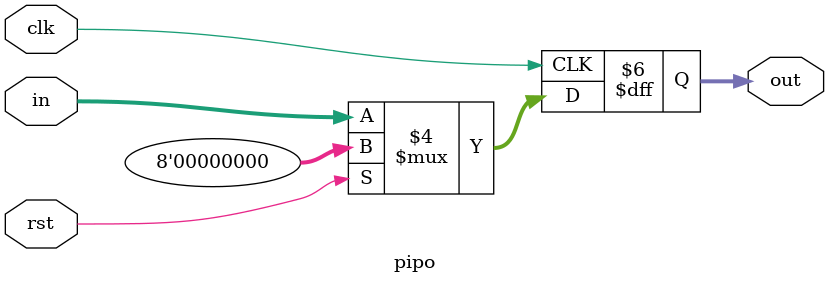
<source format=sv>
module pipo(in,clk,rst,out);
    input [7:0] in;
    input clk;
    input rst;
    output reg [7:0] out;

    always @(posedge clk) begin
        if(rst==1) begin
            out<=0;
        end
        else begin
            out<=in;
        end
    end

endmodule
</source>
